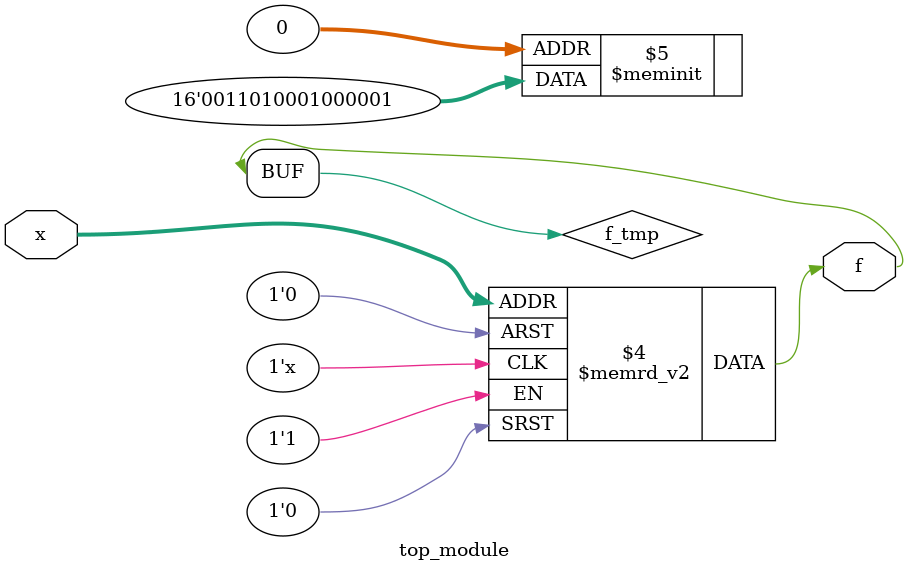
<source format=sv>
module top_module (
	input [4:1] x,
	output logic f
);
	logic f_tmp;

	always_comb begin
		case (x)
			4'b0000: f_tmp = 1'b1;
			4'b0001,
			4'b0101,
			4'b0111,
			4'b1011: f_tmp = 1'b0;
			4'b0110,
			4'b1010,
			4'b1100,
			4'b1101: f_tmp = 1'b1;
			default: f_tmp = 1'b0;
		endcase
	end

	assign f = f_tmp;

endmodule

</source>
